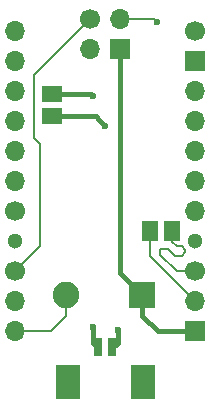
<source format=gtl>
%TF.GenerationSoftware,KiCad,Pcbnew,8.0.3*%
%TF.CreationDate,2024-08-04T12:38:51+02:00*%
%TF.ProjectId,xiao_nrf52840_breakout,7869616f-5f6e-4726-9635-323834305f62,rev?*%
%TF.SameCoordinates,Original*%
%TF.FileFunction,Copper,L1,Top*%
%TF.FilePolarity,Positive*%
%FSLAX46Y46*%
G04 Gerber Fmt 4.6, Leading zero omitted, Abs format (unit mm)*
G04 Created by KiCad (PCBNEW 8.0.3) date 2024-08-04 12:38:51*
%MOMM*%
%LPD*%
G01*
G04 APERTURE LIST*
%TA.AperFunction,ComponentPad*%
%ADD10C,1.700000*%
%TD*%
%TA.AperFunction,ComponentPad*%
%ADD11O,1.700000X1.700000*%
%TD*%
%TA.AperFunction,ComponentPad*%
%ADD12R,1.700000X1.700000*%
%TD*%
%TA.AperFunction,ComponentPad*%
%ADD13R,1.700000X1.400000*%
%TD*%
%TA.AperFunction,ComponentPad*%
%ADD14C,2.250000*%
%TD*%
%TA.AperFunction,ComponentPad*%
%ADD15R,2.250000X2.250000*%
%TD*%
%TA.AperFunction,ComponentPad*%
%ADD16R,1.400000X1.700000*%
%TD*%
%TA.AperFunction,SMDPad,CuDef*%
%ADD17R,0.800000X1.600000*%
%TD*%
%TA.AperFunction,SMDPad,CuDef*%
%ADD18R,2.100000X3.000000*%
%TD*%
%TA.AperFunction,ViaPad*%
%ADD19C,0.600000*%
%TD*%
%TA.AperFunction,ViaPad*%
%ADD20C,1.300000*%
%TD*%
%TA.AperFunction,Conductor*%
%ADD21C,0.200000*%
%TD*%
%TA.AperFunction,Conductor*%
%ADD22C,0.400000*%
%TD*%
G04 APERTURE END LIST*
D10*
%TO.P,J6,1,Pin_1*%
%TO.N,SWCLK*%
X155229912Y-95960000D03*
D11*
%TO.P,J6,2,Pin_2*%
%TO.N,RESET*%
X157769912Y-95960000D03*
%TO.P,J6,3,Pin_3*%
%TO.N,SWDIO*%
X155229912Y-98500000D03*
D12*
%TO.P,J6,4,Pin_4*%
%TO.N,GND*%
X157769912Y-98500000D03*
%TD*%
D13*
%TO.P,J10,1,Pin_1*%
%TO.N,Net-(J10-Pin_1)*%
X152009409Y-104200000D03*
%TD*%
%TO.P,J9,1,Pin_1*%
%TO.N,Net-(J9-Pin_1)*%
X152000000Y-102280000D03*
%TD*%
D14*
%TO.P,SW1,1,1*%
%TO.N,RESET*%
X153169776Y-119338705D03*
D15*
%TO.P,SW1,2,2*%
%TO.N,GND*%
X159669776Y-119338705D03*
%TD*%
D16*
%TO.P,J8,1,Pin_1*%
%TO.N,Net-(J5-Pin_2)*%
X160300000Y-113880000D03*
%TD*%
D10*
%TO.P,J3,1,Pin_1*%
%TO.N,Net-(J3-Pin_1)*%
X164108391Y-96981453D03*
D12*
%TO.P,J3,2,Pin_2*%
%TO.N,Net-(J3-Pin_2)*%
X164108391Y-99521453D03*
D11*
%TO.P,J3,3,Pin_3*%
%TO.N,Net-(J3-Pin_3)*%
X164108391Y-102061453D03*
%TO.P,J3,4,Pin_4*%
%TO.N,Net-(J3-Pin_4)*%
X164108391Y-104601453D03*
%TO.P,J3,5,Pin_5*%
%TO.N,Net-(J3-Pin_5)*%
X164108391Y-107141453D03*
%TO.P,J3,6,Pin_6*%
%TO.N,Net-(J3-Pin_6)*%
X164108391Y-109681453D03*
%TO.P,J3,7,Pin_7*%
%TO.N,Net-(J3-Pin_7)*%
X164108391Y-112221453D03*
%TD*%
D17*
%TO.P,J1,1,1*%
%TO.N,Net-(J9-Pin_1)*%
X155880000Y-123740000D03*
%TO.P,J1,2,2*%
%TO.N,Net-(J10-Pin_1)*%
X157130000Y-123740000D03*
D18*
%TO.P,J1,MP1,MP1*%
%TO.N,unconnected-(J1-PadMP1)*%
X153330000Y-126640000D03*
%TO.P,J1,MP2,MP2*%
%TO.N,unconnected-(J1-PadMP2)*%
X159680000Y-126640000D03*
%TD*%
D10*
%TO.P,J7,1,Pin_1*%
%TO.N,SWCLK*%
X148890000Y-117300000D03*
D11*
%TO.P,J7,2,Pin_2*%
%TO.N,SWDIO*%
X148890000Y-119840000D03*
%TO.P,J7,3,Pin_3*%
%TO.N,RESET*%
X148890000Y-122380000D03*
%TD*%
D10*
%TO.P,J5,1,Pin_1*%
%TO.N,Net-(J4-Pin_1)*%
X164090000Y-117300000D03*
D11*
%TO.P,J5,2,Pin_2*%
%TO.N,Net-(J5-Pin_2)*%
X164090000Y-119840000D03*
D12*
%TO.P,J5,3,Pin_3*%
%TO.N,GND*%
X164090000Y-122380000D03*
%TD*%
D16*
%TO.P,J4,1,Pin_1*%
%TO.N,Net-(J4-Pin_1)*%
X162200000Y-113880000D03*
%TD*%
D10*
%TO.P,J2,1,Pin_1*%
%TO.N,Net-(J2-Pin_1)*%
X148886092Y-112221453D03*
D11*
%TO.P,J2,2,Pin_2*%
%TO.N,Net-(J2-Pin_2)*%
X148886092Y-109681453D03*
%TO.P,J2,3,Pin_3*%
%TO.N,Net-(J2-Pin_3)*%
X148886092Y-107141453D03*
%TO.P,J2,4,Pin_4*%
%TO.N,Net-(J2-Pin_4)*%
X148886092Y-104601453D03*
%TO.P,J2,5,Pin_5*%
%TO.N,Net-(J2-Pin_5)*%
X148886092Y-102061453D03*
%TO.P,J2,6,Pin_6*%
%TO.N,Net-(J2-Pin_6)*%
X148886092Y-99521453D03*
%TO.P,J2,7,Pin_7*%
%TO.N,Net-(J2-Pin_7)*%
X148886092Y-96981453D03*
%TD*%
D19*
%TO.N,Net-(J10-Pin_1)*%
X156500000Y-105000000D03*
%TO.N,Net-(J9-Pin_1)*%
X155500000Y-122000000D03*
X155500000Y-102500000D03*
D20*
%TO.N,*%
X148886092Y-114761453D03*
X164108391Y-114761453D03*
D19*
%TO.N,RESET*%
X160870000Y-96210000D03*
%TO.N,Net-(J10-Pin_1)*%
X157580000Y-122250000D03*
%TD*%
D21*
%TO.N,Net-(J4-Pin_1)*%
X162200000Y-113880000D02*
X162200000Y-114800000D01*
X162200000Y-114800000D02*
X162600000Y-115200000D01*
X162600000Y-115200000D02*
X163000000Y-115200000D01*
X161200000Y-115400000D02*
X161200000Y-115900000D01*
X163000000Y-115200000D02*
X163300000Y-115500000D01*
X163300000Y-115500000D02*
X163300000Y-115700000D01*
X163300000Y-115700000D02*
X163000000Y-116000000D01*
X161800000Y-115400000D02*
X161200000Y-115400000D01*
X163000000Y-116000000D02*
X162400000Y-116000000D01*
X162400000Y-116000000D02*
X161800000Y-115400000D01*
X161200000Y-115900000D02*
X162600000Y-117300000D01*
X162600000Y-117300000D02*
X164090000Y-117300000D01*
%TO.N,SWCLK*%
X155229912Y-95960000D02*
X150500000Y-100689912D01*
X150500000Y-106000000D02*
X151000000Y-106500000D01*
X151000000Y-115190000D02*
X148890000Y-117300000D01*
X150500000Y-100689912D02*
X150500000Y-106000000D01*
X151000000Y-106500000D02*
X151000000Y-115190000D01*
D22*
%TO.N,Net-(J9-Pin_1)*%
X155500000Y-102500000D02*
X155280000Y-102280000D01*
X155280000Y-102280000D02*
X152000000Y-102280000D01*
%TO.N,Net-(J10-Pin_1)*%
X152009409Y-104200000D02*
X155700000Y-104200000D01*
X156000000Y-104500000D02*
X156500000Y-105000000D01*
X155700000Y-104200000D02*
X156000000Y-104500000D01*
%TO.N,Net-(J9-Pin_1)*%
X155500000Y-122000000D02*
X155500000Y-123360000D01*
X155500000Y-123360000D02*
X155880000Y-123740000D01*
D21*
%TO.N,Net-(J5-Pin_2)*%
X160300000Y-113880000D02*
X160300000Y-116050000D01*
X160300000Y-116050000D02*
X164090000Y-119840000D01*
D22*
%TO.N,GND*%
X160950000Y-122380000D02*
X164090000Y-122380000D01*
X157769912Y-98500000D02*
X157769912Y-117438841D01*
D21*
X159669776Y-121060224D02*
X159650000Y-121080000D01*
D22*
X159669776Y-119338705D02*
X159669776Y-121060224D01*
X159650000Y-121080000D02*
X160950000Y-122380000D01*
X157769912Y-117438841D02*
X159669776Y-119338705D01*
D21*
%TO.N,RESET*%
X153169776Y-121079776D02*
X153180000Y-121090000D01*
X160620000Y-95960000D02*
X160870000Y-96210000D01*
X151890000Y-122380000D02*
X148890000Y-122380000D01*
X153180000Y-121090000D02*
X151890000Y-122380000D01*
X157769912Y-95960000D02*
X160620000Y-95960000D01*
X153169776Y-119338705D02*
X153169776Y-121079776D01*
D22*
%TO.N,Net-(J10-Pin_1)*%
X157580000Y-122250000D02*
X157580000Y-123376071D01*
X157580000Y-123376071D02*
X157125000Y-123831071D01*
%TD*%
M02*

</source>
